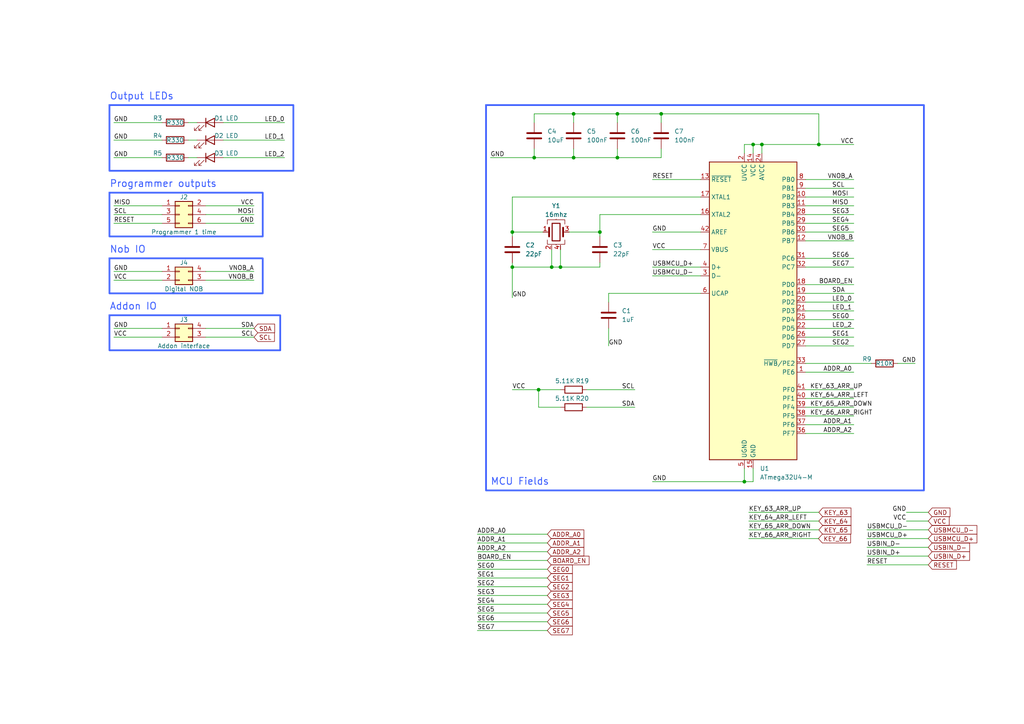
<source format=kicad_sch>
(kicad_sch (version 20230121) (generator eeschema)
  (paper "A4")
  (lib_symbols
    (symbol "Connector_Generic:Conn_02x02_Counter_Clockwise" (pin_names (offset 1.016) hide)
      (property "Reference" "J" (at 1.27 2.54 0))
      (property "Value" "Conn_02x02_Counter_Clockwise" (at 1.27 -5.08 0))
      (symbol "Conn_02x02_Counter_Clockwise_1_1"
        (rectangle (start -1.27 -2.413) (end 0 -2.667) (stroke (width 0.1524)))
        (rectangle (start -1.27 0.127) (end 0 -0.127) (stroke (width 0.1524)))
        (rectangle (start -1.27 1.27) (end 3.81 -3.81) (stroke (width 0.254)) (fill (type background)))
        (rectangle (start 3.81 -2.413) (end 2.54 -2.667) (stroke (width 0.1524)))
        (rectangle (start 3.81 0.127) (end 2.54 -0.127) (stroke (width 0.1524)))
        (pin passive line (at -5.08 0 0) (length 3.81) (name "Pin_1") (number "1"))
        (pin passive line (at -5.08 -2.54 0) (length 3.81) (name "Pin_2") (number "2"))
        (pin passive line (at 7.62 -2.54 180) (length 3.81) (name "Pin_3") (number "3"))
        (pin passive line (at 7.62 0 180) (length 3.81) (name "Pin_4") (number "4"))
      )
    )
    (symbol "Connector_Generic:Conn_02x03_Odd_Even" (pin_names (offset 1.016) hide)
      (property "Reference" "J" (at 1.27 5.08 0))
      (property "Value" "Conn_02x03_Odd_Even" (at 1.27 -5.08 0))
      (symbol "Conn_02x03_Odd_Even_1_1"
        (rectangle (start -1.27 -2.413) (end 0 -2.667) (stroke (width 0.1524)))
        (rectangle (start -1.27 0.127) (end 0 -0.127) (stroke (width 0.1524)))
        (rectangle (start -1.27 2.667) (end 0 2.413) (stroke (width 0.1524)))
        (rectangle (start -1.27 3.81) (end 3.81 -3.81) (stroke (width 0.254)) (fill (type background)))
        (rectangle (start 3.81 -2.413) (end 2.54 -2.667) (stroke (width 0.1524)))
        (rectangle (start 3.81 0.127) (end 2.54 -0.127) (stroke (width 0.1524)))
        (rectangle (start 3.81 2.667) (end 2.54 2.413) (stroke (width 0.1524)))
        (pin passive line (at -5.08 2.54 0) (length 3.81) (name "Pin_1") (number "1"))
        (pin passive line (at 7.62 2.54 180) (length 3.81) (name "Pin_2") (number "2"))
        (pin passive line (at -5.08 0 0) (length 3.81) (name "Pin_3") (number "3"))
        (pin passive line (at 7.62 0 180) (length 3.81) (name "Pin_4") (number "4"))
        (pin passive line (at -5.08 -2.54 0) (length 3.81) (name "Pin_5") (number "5"))
        (pin passive line (at 7.62 -2.54 180) (length 3.81) (name "Pin_6") (number "6"))
      )
    )
    (symbol "Device:C" (pin_numbers hide) (pin_names (offset 0.254))
      (property "Reference" "C" (at 0.635 2.54 0))
      (property "Value" "C" (at 0.635 -2.54 0))
      (symbol "C_0_1"
        (polyline (pts (xy -2.032 -0.762) (xy 2.032 -0.762)) (stroke (width 0.508)))
        (polyline (pts (xy -2.032 0.762) (xy 2.032 0.762)) (stroke (width 0.508)))
      )
      (symbol "C_1_1"
        (pin passive line (at 0 3.81 270) (length 2.794) (name "~") (number "1"))
        (pin passive line (at 0 -3.81 90) (length 2.794) (name "~") (number "2"))
      )
    )
    (symbol "Device:Crystal_GND24" (pin_names (offset 1.016) hide)
      (property "Reference" "Y1" (at 11.43 4.1909 0))
      (property "Value" "Crystal_GND24" (at 11.43 1.6509 0))
      (symbol "Crystal_GND24_0_1"
        (rectangle (start -1.143 2.54) (end 1.143 -2.54) (stroke (width 0.3048)))
        (polyline (pts (xy -2.54 0) (xy -2.032 0)))
        (polyline (pts (xy -2.032 -1.27) (xy -2.032 1.27)) (stroke (width 0.508)))
        (polyline (pts (xy 0 -3.81) (xy 0 -3.556)))
        (polyline (pts (xy 0 3.556) (xy 0 3.81)))
        (polyline (pts (xy 2.032 -1.27) (xy 2.032 1.27)) (stroke (width 0.508)))
        (polyline (pts (xy 2.032 0) (xy 2.54 0)))
        (polyline (pts (xy -2.54 -2.286) (xy -2.54 -3.556) (xy 2.54 -3.556) (xy 2.54 -2.286)))
        (polyline (pts (xy -2.54 2.286) (xy -2.54 3.556) (xy 2.54 3.556) (xy 2.54 2.286)))
      )
      (symbol "Crystal_GND24_1_1"
        (pin passive line (at -3.81 0 0) (length 1.27) (name "1") (number "1"))
        (pin passive line (at -1.27 -5.08 90) (length 1.27) (name "2") (number "2"))
        (pin passive line (at 3.81 0 180) (length 1.27) (name "3") (number "3"))
        (pin passive line (at 1.27 -5.08 90) (length 1.27) (name "4") (number "4"))
      )
    )
    (symbol "Device:LED" (pin_numbers hide) (pin_names (offset 1.016) hide)
      (property "Reference" "D" (at 0 2.54 0))
      (property "Value" "LED" (at 0 -2.54 0))
      (symbol "LED_0_1"
        (polyline (pts (xy -1.27 -1.27) (xy -1.27 1.27)) (stroke (width 0.254)))
        (polyline (pts (xy -1.27 0) (xy 1.27 0)))
        (polyline (pts (xy 1.27 -1.27) (xy 1.27 1.27) (xy -1.27 0) (xy 1.27 -1.27)) (stroke (width 0.254)))
        (polyline (pts (xy -3.048 -0.762) (xy -4.572 -2.286) (xy -3.81 -2.286) (xy -4.572 -2.286) (xy -4.572 -1.524)))
        (polyline (pts (xy -1.778 -0.762) (xy -3.302 -2.286) (xy -2.54 -2.286) (xy -3.302 -2.286) (xy -3.302 -1.524)))
      )
      (symbol "LED_1_1"
        (pin passive line (at -3.81 0 0) (length 2.54) (name "K") (number "1"))
        (pin passive line (at 3.81 0 180) (length 2.54) (name "A") (number "2"))
      )
    )
    (symbol "Device:R" (pin_numbers hide) (pin_names (offset 0))
      (property "Reference" "R" (at 2.032 0 90))
      (property "Value" "R" (at 0 0 90))
      (symbol "R_0_1"
        (rectangle (start -1.016 -2.54) (end 1.016 2.54) (stroke (width 0.254)))
      )
      (symbol "R_1_1"
        (pin passive line (at 0 3.81 270) (length 1.27) (name "~") (number "1"))
        (pin passive line (at 0 -3.81 90) (length 1.27) (name "~") (number "2"))
      )
    )
    (symbol "MCU_Microchip_ATmega:ATmega32U4-M"
      (property "Reference" "U" (at -12.7 44.45 0))
      (property "Value" "ATmega32U4-M" (at 2.54 -44.45 0))
      (symbol "ATmega32U4-M_0_1"
        (rectangle (start -12.7 -43.18) (end 12.7 43.18) (stroke (width 0.254)) (fill (type background)))
      )
      (symbol "ATmega32U4-M_1_1"
        (pin bidirectional line (at 15.24 -17.78 180) (length 2.54) (name "PE6") (number "1"))
        (pin bidirectional line (at 15.24 33.02 180) (length 2.54) (name "PB2") (number "10"))
        (pin bidirectional line (at 15.24 30.48 180) (length 2.54) (name "PB3") (number "11"))
        (pin bidirectional line (at 15.24 20.32 180) (length 2.54) (name "PB7") (number "12"))
        (pin input line (at -15.24 38.1 0) (length 2.54) (name "~{RESET}") (number "13"))
        (pin power_in line (at 0 45.72 270) (length 2.54) (name "VCC") (number "14"))
        (pin power_in line (at 0 -45.72 90) (length 2.54) (name "GND") (number "15"))
        (pin output line (at -15.24 27.94 0) (length 2.54) (name "XTAL2") (number "16"))
        (pin input line (at -15.24 33.02 0) (length 2.54) (name "XTAL1") (number "17"))
        (pin bidirectional line (at 15.24 7.62 180) (length 2.54) (name "PD0") (number "18"))
        (pin bidirectional line (at 15.24 5.08 180) (length 2.54) (name "PD1") (number "19"))
        (pin power_in line (at -2.54 45.72 270) (length 2.54) (name "UVCC") (number "2"))
        (pin bidirectional line (at 15.24 2.54 180) (length 2.54) (name "PD2") (number "20"))
        (pin bidirectional line (at 15.24 0 180) (length 2.54) (name "PD3") (number "21"))
        (pin bidirectional line (at 15.24 -5.08 180) (length 2.54) (name "PD5") (number "22"))
        (pin passive line (at 0 -45.72 90) (length 2.54) hide (name "GND") (number "23"))
        (pin power_in line (at 2.54 45.72 270) (length 2.54) (name "AVCC") (number "24"))
        (pin bidirectional line (at 15.24 -2.54 180) (length 2.54) (name "PD4") (number "25"))
        (pin bidirectional line (at 15.24 -7.62 180) (length 2.54) (name "PD6") (number "26"))
        (pin bidirectional line (at 15.24 -10.16 180) (length 2.54) (name "PD7") (number "27"))
        (pin bidirectional line (at 15.24 27.94 180) (length 2.54) (name "PB4") (number "28"))
        (pin bidirectional line (at 15.24 25.4 180) (length 2.54) (name "PB5") (number "29"))
        (pin bidirectional line (at -15.24 10.16 0) (length 2.54) (name "D-") (number "3"))
        (pin bidirectional line (at 15.24 22.86 180) (length 2.54) (name "PB6") (number "30"))
        (pin bidirectional line (at 15.24 15.24 180) (length 2.54) (name "PC6") (number "31"))
        (pin bidirectional line (at 15.24 12.7 180) (length 2.54) (name "PC7") (number "32"))
        (pin bidirectional line (at 15.24 -15.24 180) (length 2.54) (name "~{HWB}/PE2") (number "33"))
        (pin passive line (at 0 45.72 270) (length 2.54) hide (name "VCC") (number "34"))
        (pin passive line (at 0 -45.72 90) (length 2.54) hide (name "GND") (number "35"))
        (pin bidirectional line (at 15.24 -35.56 180) (length 2.54) (name "PF7") (number "36"))
        (pin bidirectional line (at 15.24 -33.02 180) (length 2.54) (name "PF6") (number "37"))
        (pin bidirectional line (at 15.24 -30.48 180) (length 2.54) (name "PF5") (number "38"))
        (pin bidirectional line (at 15.24 -27.94 180) (length 2.54) (name "PF4") (number "39"))
        (pin bidirectional line (at -15.24 12.7 0) (length 2.54) (name "D+") (number "4"))
        (pin bidirectional line (at 15.24 -25.4 180) (length 2.54) (name "PF1") (number "40"))
        (pin bidirectional line (at 15.24 -22.86 180) (length 2.54) (name "PF0") (number "41"))
        (pin passive line (at -15.24 22.86 0) (length 2.54) (name "AREF") (number "42"))
        (pin passive line (at 0 -45.72 90) (length 2.54) hide (name "GND") (number "43"))
        (pin passive line (at 2.54 45.72 270) (length 2.54) hide (name "AVCC") (number "44"))
        (pin passive line (at 0 -45.72 90) (length 2.54) hide (name "GND") (number "45"))
        (pin passive line (at -2.54 -45.72 90) (length 2.54) (name "UGND") (number "5"))
        (pin passive line (at -15.24 5.08 0) (length 2.54) (name "UCAP") (number "6"))
        (pin input line (at -15.24 17.78 0) (length 2.54) (name "VBUS") (number "7"))
        (pin bidirectional line (at 15.24 38.1 180) (length 2.54) (name "PB0") (number "8"))
        (pin bidirectional line (at 15.24 35.56 180) (length 2.54) (name "PB1") (number "9"))
      )
    )
  )
  (junction (at 166.37 33.02))
  (junction (at 179.07 33.02))
  (junction (at 148.59 67.31))
  (junction (at 156.21 113.03))
  (junction (at 162.56 77.47))
  (junction (at 179.07 45.72))
  (junction (at 215.9 139.7))
  (junction (at 154.94 45.72))
  (junction (at 220.98 41.91))
  (junction (at 148.59 77.47))
  (junction (at 218.44 41.91))
  (junction (at 166.37 45.72))
  (junction (at 173.99 67.31))
  (junction (at 191.77 33.02))
  (junction (at 160.02 77.47))
  (junction (at 237.49 41.91))
  (wire (pts (xy 179.07 43.18) (xy 179.07 45.72)))
  (wire (pts (xy 233.68 85.09) (xy 247.65 85.09)))
  (wire (pts (xy 233.68 95.25) (xy 247.65 95.25)))
  (wire (pts (xy 237.49 33.02) (xy 237.49 41.91)))
  (wire (pts (xy 148.59 77.47) (xy 148.59 76.2)))
  (wire (pts (xy 260.35 105.41) (xy 265.43 105.41)))
  (wire (pts (xy 189.23 72.39) (xy 203.2 72.39)))
  (wire (pts (xy 33.02 97.79) (xy 46.99 97.79)))
  (wire (pts (xy 138.43 170.18) (xy 158.75 170.18)))
  (wire (pts (xy 59.69 78.74) (xy 73.66 78.74)))
  (wire (pts (xy 166.37 33.02) (xy 179.07 33.02)))
  (wire (pts (xy 179.07 35.56) (xy 179.07 33.02)))
  (wire (pts (xy 191.77 43.18) (xy 191.77 45.72)))
  (wire (pts (xy 233.68 59.69) (xy 247.65 59.69)))
  (wire (pts (xy 215.9 41.91) (xy 218.44 41.91)))
  (wire (pts (xy 215.9 44.45) (xy 215.9 41.91)))
  (wire (pts (xy 233.68 52.07) (xy 247.65 52.07)))
  (wire (pts (xy 189.23 67.31) (xy 203.2 67.31)))
  (wire (pts (xy 54.61 35.56) (xy 57.15 35.56)))
  (wire (pts (xy 269.24 153.67) (xy 251.46 153.67)))
  (wire (pts (xy 138.43 177.8) (xy 158.75 177.8)))
  (wire (pts (xy 64.77 35.56) (xy 82.55 35.56)))
  (wire (pts (xy 218.44 135.89) (xy 218.44 139.7)))
  (wire (pts (xy 33.02 59.69) (xy 46.99 59.69)))
  (wire (pts (xy 138.43 162.56) (xy 158.75 162.56)))
  (wire (pts (xy 233.68 67.31) (xy 247.65 67.31)))
  (wire (pts (xy 233.68 57.15) (xy 247.65 57.15)))
  (wire (pts (xy 154.94 45.72) (xy 166.37 45.72)))
  (wire (pts (xy 148.59 77.47) (xy 148.59 86.36)))
  (wire (pts (xy 176.53 95.25) (xy 176.53 100.33)))
  (wire (pts (xy 233.68 87.63) (xy 247.65 87.63)))
  (wire (pts (xy 191.77 35.56) (xy 191.77 33.02)))
  (wire (pts (xy 156.21 113.03) (xy 162.56 113.03)))
  (wire (pts (xy 233.68 118.11) (xy 247.65 118.11)))
  (wire (pts (xy 220.98 41.91) (xy 237.49 41.91)))
  (wire (pts (xy 59.69 81.28) (xy 73.66 81.28)))
  (wire (pts (xy 269.24 151.13) (xy 262.89 151.13)))
  (wire (pts (xy 179.07 45.72) (xy 191.77 45.72)))
  (wire (pts (xy 233.68 92.71) (xy 247.65 92.71)))
  (wire (pts (xy 233.68 107.95) (xy 247.65 107.95)))
  (wire (pts (xy 54.61 45.72) (xy 57.15 45.72)))
  (wire (pts (xy 218.44 139.7) (xy 215.9 139.7)))
  (wire (pts (xy 233.68 69.85) (xy 247.65 69.85)))
  (wire (pts (xy 166.37 35.56) (xy 166.37 33.02)))
  (wire (pts (xy 233.68 97.79) (xy 247.65 97.79)))
  (wire (pts (xy 59.69 64.77) (xy 73.66 64.77)))
  (wire (pts (xy 217.17 153.67) (xy 237.49 153.67)))
  (wire (pts (xy 142.24 45.72) (xy 154.94 45.72)))
  (wire (pts (xy 173.99 77.47) (xy 173.99 76.2)))
  (wire (pts (xy 179.07 33.02) (xy 191.77 33.02)))
  (wire (pts (xy 148.59 67.31) (xy 157.48 67.31)))
  (wire (pts (xy 154.94 35.56) (xy 154.94 33.02)))
  (wire (pts (xy 59.69 95.25) (xy 73.66 95.25)))
  (wire (pts (xy 233.68 105.41) (xy 252.73 105.41)))
  (wire (pts (xy 189.23 52.07) (xy 203.2 52.07)))
  (wire (pts (xy 33.02 95.25) (xy 46.99 95.25)))
  (wire (pts (xy 173.99 62.23) (xy 203.2 62.23)))
  (wire (pts (xy 269.24 161.29) (xy 251.46 161.29)))
  (wire (pts (xy 138.43 175.26) (xy 158.75 175.26)))
  (wire (pts (xy 251.46 163.83) (xy 269.24 163.83)))
  (wire (pts (xy 33.02 35.56) (xy 46.99 35.56)))
  (wire (pts (xy 156.21 118.11) (xy 156.21 113.03)))
  (wire (pts (xy 170.18 113.03) (xy 184.15 113.03)))
  (wire (pts (xy 64.77 40.64) (xy 82.55 40.64)))
  (wire (pts (xy 166.37 45.72) (xy 179.07 45.72)))
  (wire (pts (xy 33.02 81.28) (xy 46.99 81.28)))
  (wire (pts (xy 233.68 74.93) (xy 247.65 74.93)))
  (wire (pts (xy 217.17 148.59) (xy 237.49 148.59)))
  (wire (pts (xy 170.18 118.11) (xy 184.15 118.11)))
  (wire (pts (xy 138.43 160.02) (xy 158.75 160.02)))
  (wire (pts (xy 233.68 82.55) (xy 247.65 82.55)))
  (wire (pts (xy 233.68 113.03) (xy 247.65 113.03)))
  (wire (pts (xy 233.68 125.73) (xy 247.65 125.73)))
  (wire (pts (xy 233.68 62.23) (xy 247.65 62.23)))
  (wire (pts (xy 176.53 85.09) (xy 203.2 85.09)))
  (wire (pts (xy 138.43 182.88) (xy 158.75 182.88)))
  (wire (pts (xy 166.37 43.18) (xy 166.37 45.72)))
  (wire (pts (xy 233.68 90.17) (xy 247.65 90.17)))
  (wire (pts (xy 189.23 80.01) (xy 203.2 80.01)))
  (wire (pts (xy 233.68 64.77) (xy 247.65 64.77)))
  (wire (pts (xy 64.77 45.72) (xy 82.55 45.72)))
  (wire (pts (xy 269.24 148.59) (xy 262.89 148.59)))
  (wire (pts (xy 162.56 118.11) (xy 156.21 118.11)))
  (wire (pts (xy 251.46 158.75) (xy 269.24 158.75)))
  (wire (pts (xy 33.02 45.72) (xy 46.99 45.72)))
  (wire (pts (xy 148.59 68.58) (xy 148.59 67.31)))
  (wire (pts (xy 33.02 64.77) (xy 46.99 64.77)))
  (wire (pts (xy 148.59 113.03) (xy 156.21 113.03)))
  (wire (pts (xy 233.68 100.33) (xy 247.65 100.33)))
  (wire (pts (xy 218.44 41.91) (xy 220.98 41.91)))
  (wire (pts (xy 59.69 59.69) (xy 73.66 59.69)))
  (wire (pts (xy 173.99 68.58) (xy 173.99 67.31)))
  (wire (pts (xy 269.24 156.21) (xy 251.46 156.21)))
  (wire (pts (xy 138.43 157.48) (xy 158.75 157.48)))
  (wire (pts (xy 173.99 67.31) (xy 173.99 62.23)))
  (wire (pts (xy 54.61 40.64) (xy 57.15 40.64)))
  (wire (pts (xy 233.68 77.47) (xy 247.65 77.47)))
  (wire (pts (xy 215.9 135.89) (xy 215.9 139.7)))
  (wire (pts (xy 162.56 77.47) (xy 173.99 77.47)))
  (wire (pts (xy 154.94 43.18) (xy 154.94 45.72)))
  (wire (pts (xy 220.98 44.45) (xy 220.98 41.91)))
  (wire (pts (xy 176.53 87.63) (xy 176.53 85.09)))
  (wire (pts (xy 189.23 139.7) (xy 215.9 139.7)))
  (wire (pts (xy 191.77 33.02) (xy 237.49 33.02)))
  (wire (pts (xy 218.44 44.45) (xy 218.44 41.91)))
  (wire (pts (xy 233.68 115.57) (xy 247.65 115.57)))
  (wire (pts (xy 138.43 167.64) (xy 158.75 167.64)))
  (wire (pts (xy 148.59 77.47) (xy 160.02 77.47)))
  (wire (pts (xy 160.02 72.39) (xy 160.02 77.47)))
  (wire (pts (xy 233.68 123.19) (xy 247.65 123.19)))
  (wire (pts (xy 160.02 77.47) (xy 162.56 77.47)))
  (wire (pts (xy 138.43 154.94) (xy 158.75 154.94)))
  (wire (pts (xy 237.49 41.91) (xy 247.65 41.91)))
  (wire (pts (xy 33.02 40.64) (xy 46.99 40.64)))
  (wire (pts (xy 138.43 180.34) (xy 158.75 180.34)))
  (wire (pts (xy 189.23 77.47) (xy 203.2 77.47)))
  (wire (pts (xy 233.68 120.65) (xy 247.65 120.65)))
  (wire (pts (xy 59.69 97.79) (xy 73.66 97.79)))
  (wire (pts (xy 148.59 67.31) (xy 148.59 57.15)))
  (wire (pts (xy 217.17 151.13) (xy 237.49 151.13)))
  (wire (pts (xy 148.59 57.15) (xy 203.2 57.15)))
  (wire (pts (xy 138.43 165.1) (xy 158.75 165.1)))
  (wire (pts (xy 138.43 172.72) (xy 158.75 172.72)))
  (wire (pts (xy 233.68 54.61) (xy 247.65 54.61)))
  (wire (pts (xy 165.1 67.31) (xy 173.99 67.31)))
  (wire (pts (xy 33.02 78.74) (xy 46.99 78.74)))
  (wire (pts (xy 217.17 156.21) (xy 237.49 156.21)))
  (wire (pts (xy 33.02 62.23) (xy 46.99 62.23)))
  (wire (pts (xy 162.56 72.39) (xy 162.56 77.47)))
  (wire (pts (xy 154.94 33.02) (xy 166.37 33.02)))
  (wire (pts (xy 59.69 62.23) (xy 73.66 62.23)))
  (rectangle (start 31.75 74.93) (end 76.2 85.09) (stroke (width 0.5) (color 59 93 255 1)))
  (rectangle (start 31.75 91.44) (end 81.28 101.6) (stroke (width 0.5) (color 59 93 255 1)))
  (rectangle (start 31.75 30.48) (end 85.09 49.53) (stroke (width 0.5) (color 59 93 255 1)))
  (rectangle (start 31.75 55.88) (end 76.2 68.58) (stroke (width 0.5) (color 59 93 255 1)))
  (rectangle (start 140.97 30.48) (end 267.97 142.24) (stroke (width 0.5) (color 59 93 255 1)))
  (text "MCU Fields" (at 142.24 140.97 0) (effects (font (size 2 2) (thickness 0.254) bold) (justify left bottom)))
  (text "Programmer outputs" (at 31.75 54.61 0) (effects (font (size 2 2) (thickness 0.254) bold) (justify left bottom)))
  (text "Nob IO" (at 31.75 73.66 0) (effects (font (size 2 2) (thickness 0.254) bold) (justify left bottom)))
  (text "Output LEDs" (at 31.75 29.21 0) (effects (font (size 2 2) (thickness 0.254) bold) (justify left bottom)))
  (text "Addon IO" (at 31.75 90.17 0) (effects (font (size 2 2) (thickness 0.254) bold) (justify left bottom)))
  (label "GND" (at 189.23 139.7 0))
  (label "VCC" (at 33.02 97.79 0))
  (label "VNOB_A" (at 73.66 78.74 180))
  (label "SEG1" (at 241.3 97.79 0))
  (label "MOSI" (at 73.66 62.23 180))
  (label "KEY_63_ARR_UP" (at 217.17 148.59 0))
  (label "SDA" (at 73.66 95.25 180))
  (label "BOARD_EN" (at 237.49 82.55 0))
  (label "ADDR_A0" (at 138.43 154.94 0))
  (label "GND" (at 33.02 95.25 0))
  (label "VCC" (at 33.02 81.28 0))
  (label "GND" (at 148.59 86.36 0))
  (label "KEY_64_ARR_LEFT" (at 217.17 151.13 0))
  (label "SEG2" (at 241.3 100.33 0))
  (label "VNOB_B" (at 73.66 81.28 180))
  (label "RESET" (at 33.02 64.77 0))
  (label "VCC" (at 148.59 113.03 0))
  (label "SEG6" (at 241.3 74.93 0))
  (label "USBMCU_D-" (at 251.46 153.67 0))
  (label "GND" (at 142.24 45.72 0))
  (label "GND" (at 189.23 67.31 0))
  (label "SEG7" (at 241.3 77.47 0))
  (label "RESET" (at 251.46 163.83 0))
  (label "ADDR_A2" (at 238.76 125.73 0))
  (label "KEY_63_ARR_UP" (at 234.95 113.03 0))
  (label "VCC" (at 189.23 72.39 0))
  (label "SEG3" (at 138.43 172.72 0))
  (label "ADDR_A2" (at 138.43 160.02 0))
  (label "KEY_65_ARR_DOWN" (at 234.95 118.11 0))
  (label "SEG7" (at 138.43 182.88 0))
  (label "MISO" (at 33.02 59.69 0))
  (label "USBIN_D+" (at 251.46 161.29 0))
  (label "SDA" (at 180.34 118.11 0))
  (label "MISO" (at 241.3 59.69 0))
  (label "SCL" (at 241.3 54.61 0))
  (label "VCC" (at 73.66 59.69 180))
  (label "GND" (at 261.62 105.41 0))
  (label "LED_0" (at 241.3 87.63 0))
  (label "SEG5" (at 241.3 67.31 0))
  (label "SCL" (at 180.34 113.03 0))
  (label "USBIN_D-" (at 251.46 158.75 0))
  (label "GND" (at 33.02 35.56 0))
  (label "VCC" (at 262.89 151.13 180))
  (label "RESET" (at 189.23 52.07 0))
  (label "GND" (at 33.02 78.74 0))
  (label "KEY_66_ARR_RIGHT" (at 217.17 156.21 0))
  (label "USBMCU_D-" (at 189.23 80.01 0))
  (label "MOSI" (at 241.3 57.15 0))
  (label "LED_1" (at 241.3 90.17 0))
  (label "ADDR_A1" (at 138.43 157.48 0))
  (label "ADDR_A1" (at 238.76 123.19 0))
  (label "GND" (at 73.66 64.77 180))
  (label "VCC" (at 243.84 41.91 0))
  (label "GND" (at 262.89 148.59 180))
  (label "KEY_66_ARR_RIGHT" (at 234.95 120.65 0))
  (label "SCL" (at 73.66 97.79 180))
  (label "BOARD_EN" (at 138.43 162.56 0))
  (label "LED_0" (at 82.55 35.56 180))
  (label "LED_1" (at 82.55 40.64 180))
  (label "SEG5" (at 138.43 177.8 0))
  (label "ADDR_A0" (at 238.76 107.95 0))
  (label "LED_2" (at 82.55 45.72 180))
  (label "GND" (at 33.02 45.72 0))
  (label "USBMCU_D+" (at 189.23 77.47 0))
  (label "GND" (at 33.02 40.64 0))
  (label "SDA" (at 241.3 85.09 0))
  (label "VNOB_B" (at 240.03 69.85 0))
  (label "SEG4" (at 241.3 64.77 0))
  (label "SEG0" (at 138.43 165.1 0))
  (label "USBMCU_D+" (at 251.46 156.21 0))
  (label "VNOB_A" (at 240.03 52.07 0))
  (label "LED_2" (at 241.3 95.25 0))
  (label "SEG2" (at 138.43 170.18 0))
  (label "SCL" (at 33.02 62.23 0))
  (label "KEY_65_ARR_DOWN" (at 217.17 153.67 0))
  (label "SEG0" (at 241.3 92.71 0))
  (label "SEG3" (at 241.3 62.23 0))
  (label "SEG6" (at 138.43 180.34 0))
  (label "SEG4" (at 138.43 175.26 0))
  (label "KEY_64_ARR_LEFT" (at 234.95 115.57 0))
  (label "GND" (at 176.53 100.33 0))
  (label "SEG1" (at 138.43 167.64 0))
  (global_label "ADDR_A1" (shape input) (at 158.75 157.48 0) (property "Intersheetrefs" "${INTERSHEET_REFS}" (effects hide)))
  (global_label "SDA" (shape input) (at 73.66 95.25 0) (property "Intersheetrefs" "${INTERSHEET_REFS}" (effects hide)))
  (global_label "ADDR_A0" (shape input) (at 158.75 154.94 0) (property "Intersheetrefs" "${INTERSHEET_REFS}" (effects hide)))
  (global_label "SEG4" (shape input) (at 158.75 175.26 0) (property "Intersheetrefs" "${INTERSHEET_REFS}" (effects hide)))
  (global_label "KEY_63" (shape input) (at 237.49 148.59 0) (property "Intersheetrefs" "${INTERSHEET_REFS}" (effects hide)))
  (global_label "USBMCU_D+" (shape input) (at 269.24 156.21 0) (property "Intersheetrefs" "${INTERSHEET_REFS}" (effects hide)))
  (global_label "SEG7" (shape input) (at 158.75 182.88 0) (property "Intersheetrefs" "${INTERSHEET_REFS}" (effects hide)))
  (global_label "ADDR_A2" (shape input) (at 158.75 160.02 0) (property "Intersheetrefs" "${INTERSHEET_REFS}" (effects hide)))
  (global_label "USBIN_D+" (shape input) (at 269.24 161.29 0) (property "Intersheetrefs" "${INTERSHEET_REFS}" (effects hide)))
  (global_label "SEG2" (shape input) (at 158.75 170.18 0) (property "Intersheetrefs" "${INTERSHEET_REFS}" (effects hide)))
  (global_label "VCC" (shape input) (at 269.24 151.13 0) (property "Intersheetrefs" "${INTERSHEET_REFS}" (effects hide)))
  (global_label "RESET" (shape input) (at 269.24 163.83 0) (property "Intersheetrefs" "${INTERSHEET_REFS}" (effects hide)))
  (global_label "USBIN_D-" (shape input) (at 269.24 158.75 0) (property "Intersheetrefs" "${INTERSHEET_REFS}" (effects hide)))
  (global_label "KEY_65" (shape input) (at 237.49 153.67 0) (property "Intersheetrefs" "${INTERSHEET_REFS}" (effects hide)))
  (global_label "SEG5" (shape input) (at 158.75 177.8 0) (property "Intersheetrefs" "${INTERSHEET_REFS}" (effects hide)))
  (global_label "SEG3" (shape input) (at 158.75 172.72 0) (property "Intersheetrefs" "${INTERSHEET_REFS}" (effects hide)))
  (global_label "SCL" (shape input) (at 73.66 97.79 0) (property "Intersheetrefs" "${INTERSHEET_REFS}" (effects hide)))
  (global_label "USBMCU_D-" (shape input) (at 269.24 153.67 0) (property "Intersheetrefs" "${INTERSHEET_REFS}" (effects hide)))
  (global_label "KEY_64" (shape input) (at 237.49 151.13 0) (property "Intersheetrefs" "${INTERSHEET_REFS}" (effects hide)))
  (global_label "SEG1" (shape input) (at 158.75 167.64 0) (property "Intersheetrefs" "${INTERSHEET_REFS}" (effects hide)))
  (global_label "BOARD_EN" (shape input) (at 158.75 162.56 0) (property "Intersheetrefs" "${INTERSHEET_REFS}" (effects hide)))
  (global_label "SEG6" (shape input) (at 158.75 180.34 0) (property "Intersheetrefs" "${INTERSHEET_REFS}" (effects hide)))
  (global_label "SEG0" (shape input) (at 158.75 165.1 0) (property "Intersheetrefs" "${INTERSHEET_REFS}" (effects hide)))
  (global_label "KEY_66" (shape input) (at 237.3801 156.21 0) (property "Intersheetrefs" "${INTERSHEET_REFS}" (effects hide)))
  (global_label "GND" (shape input) (at 269.24 148.59 0) (property "Intersheetrefs" "${INTERSHEET_REFS}" (effects hide)))
  (symbol (lib_id "Connector_Generic:Conn_02x03_Odd_Even") (at 52.07 62.23 0) (unit 1)
    (property "Reference" "J2" (at 53.34 57.15 0))
    (property "Value" "Programmer 1 time" (at 53.34 67.31 0))
    (property "Footprint" "Connector_PinHeader_2.54mm:PinHeader_2x03_P2.54mm_Vertical" (effects hide))
  )
  (symbol (lib_id "Device:R") (at 166.37 113.03 90) (unit 1)
    (property "Reference" "R19" (at 168.91 110.49 90))
    (property "Value" "5.11K" (at 163.83 110.49 90))
    (property "Footprint" "Resistor_SMD:R_0402_1005Metric" (effects hide))
  )
  (symbol (lib_id "Device:LED") (at 60.96 35.56 0) (unit 1)
    (property "Reference" "D1" (at 63.5 34.29 0))
    (property "Value" "LED" (at 67.31 34.29 0))
    (property "Footprint" "LED_THT:LED_D3.0mm_Clear" (effects hide))
  )
  (symbol (lib_id "Device:C") (at 191.77 39.37 0) (unit 1)
    (property "Reference" "C7" (at 195.58 38.1 0) (effects (justify left)))
    (property "Value" "100nF" (at 195.58 40.64 0) (effects (justify left)))
    (property "Footprint" "Capacitor_SMD:C_0402_1005Metric" (effects hide))
  )
  (symbol (lib_id "Device:R") (at 50.8 40.64 90) (unit 1)
    (property "Reference" "R4" (at 45.72 39.37 90))
    (property "Value" "R330" (at 50.8 40.64 90))
    (property "Footprint" "Resistor_SMD:R_0402_1005Metric" (effects hide))
  )
  (symbol (lib_id "Device:R") (at 166.37 118.11 90) (unit 1)
    (property "Reference" "R20" (at 168.91 115.57 90))
    (property "Value" "5.11K" (at 163.83 115.57 90))
    (property "Footprint" "Resistor_SMD:R_0402_1005Metric" (effects hide))
  )
  (symbol (lib_id "Device:C") (at 154.94 39.37 0) (unit 1)
    (property "Reference" "C4" (at 158.75 38.1 0) (effects (justify left)))
    (property "Value" "10uF" (at 158.75 40.64 0) (effects (justify left)))
    (property "Footprint" "Capacitor_SMD:C_0402_1005Metric" (effects hide))
  )
  (symbol (lib_id "Device:C") (at 166.37 39.37 0) (unit 1)
    (property "Reference" "C5" (at 170.18 38.1 0) (effects (justify left)))
    (property "Value" "100nF" (at 170.18 40.64 0) (effects (justify left)))
    (property "Footprint" "Capacitor_SMD:C_0402_1005Metric" (effects hide))
  )
  (symbol (lib_id "Connector_Generic:Conn_02x02_Counter_Clockwise") (at 52.07 95.25 0) (unit 1)
    (property "Reference" "J3" (at 53.34 92.71 0))
    (property "Value" "Addon interface" (at 53.34 100.33 0))
    (property "Footprint" "Connector_PinHeader_2.54mm:PinHeader_1x04_P2.54mm_Vertical" (effects hide))
  )
  (symbol (lib_id "Device:LED") (at 60.96 40.64 0) (unit 1)
    (property "Reference" "D2" (at 63.5 39.37 0))
    (property "Value" "LED" (at 67.31 39.37 0))
    (property "Footprint" "LED_THT:LED_D3.0mm_Clear" (effects hide))
  )
  (symbol (lib_id "Device:C") (at 179.07 39.37 0) (unit 1)
    (property "Reference" "C6" (at 182.88 38.1 0) (effects (justify left)))
    (property "Value" "100nF" (at 182.88 40.64 0) (effects (justify left)))
    (property "Footprint" "Capacitor_SMD:C_0402_1005Metric" (effects hide))
  )
  (symbol (lib_id "Device:LED") (at 60.96 45.72 0) (unit 1)
    (property "Reference" "D3" (at 63.5 44.45 0))
    (property "Value" "LED" (at 67.31 44.45 0))
    (property "Footprint" "LED_THT:LED_D3.0mm_Clear" (effects hide))
  )
  (symbol (lib_id "MCU_Microchip_ATmega:ATmega32U4-M") (at 218.44 90.17 0) (unit 1)
    (property "Reference" "U1" (at 220.3959 135.89 0) (effects (justify left)))
    (property "Value" "ATmega32U4-M" (at 220.3959 138.43 0) (effects (justify left)))
    (property "Footprint" "Package_DFN_QFN:QFN-44-1EP_7x7mm_P0.5mm_EP5.2x5.2mm" (effects hide))
    (property "Datasheet" "http://ww1.microchip.com/downloads/en/DeviceDoc/Atmel-7766-8-bit-AVR-ATmega16U4-32U4_Datasheet.pdf" (effects hide))
  )
  (symbol (lib_id "Device:Crystal_GND24") (at 161.29 67.31 0) (unit 1)
    (property "Reference" "Y1" (at 161.29 59.69 0))
    (property "Value" "16mhz" (at 161.29 62.23 0))
    (property "Footprint" "Crystal_SMD_7F16000E09UCG_4pin:Crystal_SMD_7F16000E09UCG_4pin" (effects hide))
  )
  (symbol (lib_id "Device:R") (at 50.8 35.56 90) (unit 1)
    (property "Reference" "R3" (at 45.72 34.29 90))
    (property "Value" "R330" (at 50.8 35.56 90))
    (property "Footprint" "Resistor_SMD:R_0402_1005Metric" (effects hide))
  )
  (symbol (lib_id "Device:C") (at 148.59 72.39 0) (unit 1)
    (property "Reference" "C2" (at 152.4 71.12 0) (effects (justify left)))
    (property "Value" "22pF" (at 152.4 73.66 0) (effects (justify left)))
    (property "Footprint" "Capacitor_SMD:C_0402_1005Metric" (effects hide))
  )
  (symbol (lib_id "Device:C") (at 176.53 91.44 0) (unit 1)
    (property "Reference" "C1" (at 180.34 90.17 0) (effects (justify left)))
    (property "Value" "1uF" (at 180.34 92.71 0) (effects (justify left)))
    (property "Footprint" "Capacitor_SMD:C_0402_1005Metric" (effects hide))
  )
  (symbol (lib_id "Device:R") (at 256.54 105.41 90) (unit 1)
    (property "Reference" "R9" (at 251.46 104.14 90))
    (property "Value" "R10K" (at 256.54 105.41 90))
    (property "Footprint" "Resistor_SMD:R_0402_1005Metric" (effects hide))
  )
  (symbol (lib_id "Device:R") (at 50.8 45.72 90) (unit 1)
    (property "Reference" "R5" (at 45.72 44.45 90))
    (property "Value" "R330" (at 50.8 45.72 90))
    (property "Footprint" "Resistor_SMD:R_0402_1005Metric" (effects hide))
  )
  (symbol (lib_id "Device:C") (at 173.99 72.39 0) (unit 1)
    (property "Reference" "C3" (at 177.8 71.12 0) (effects (justify left)))
    (property "Value" "22pF" (at 177.8 73.66 0) (effects (justify left)))
    (property "Footprint" "Capacitor_SMD:C_0402_1005Metric" (effects hide))
  )
  (symbol (lib_id "Connector_Generic:Conn_02x02_Counter_Clockwise") (at 52.07 78.74 0) (unit 1)
    (property "Reference" "J4" (at 53.34 76.2 0))
    (property "Value" "Digital NOB" (at 53.34 83.82 0))
    (property "Footprint" "Connector_PinHeader_2.54mm:PinHeader_1x04_P2.54mm_Vertical" (effects hide))
  )
  (sheet (at -101.6 39.37) (size 39.37 22.86) (stroke (width 0.1524))
    (property "Sheetname" "Keys" (at -101.6 38.6584 0) (effects (justify left bottom)))
    (property "Sheetfile" "keys.kicad_sch" (at -101.6 62.8146 0) (effects (justify left top)))
  )
  (sheet (at -101.6 71.12) (size 39.37 22.86) (stroke (width 0.1524))
    (property "Sheetname" "Key multiplezers" (at -101.6 70.4084 0) (effects (justify left bottom)))
    (property "Sheetfile" "key_muxes.kicad_sch" (at -101.6 94.5646 0) (effects (justify left top)))
  )
  (sheet (at -58.42 39.37) (size 39.37 22.86) (stroke (width 0.1524))
    (property "Sheetname" "Battery management" (at -58.42 38.6584 0) (effects (justify left bottom)))
    (property "Sheetfile" "battery_management.kicad_sch" (at -58.42 62.8146 0) (effects (justify left top)))
  )
  (sheet (at -58.42 71.12) (size 39.37 22.86) (stroke (width 0.1524))
    (property "Sheetname" "USB hub" (at -58.42 70.4084 0) (effects (justify left bottom)))
    (property "Sheetfile" "usb_hub.kicad_sch" (at -58.42 94.5646 0) (effects (justify left top)))
  )
)
</source>
